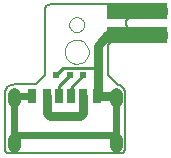
<source format=gtl>
G75*
G70*
%OFA0B0*%
%FSLAX24Y24*%
%IPPOS*%
%LPD*%
%AMOC8*
5,1,8,0,0,1.08239X$1,22.5*
%
%ADD10C,0.0050*%
%ADD11C,0.0000*%
%ADD12R,0.0220X0.0197*%
%ADD13R,0.0315X0.0472*%
%ADD14R,0.0250X0.0472*%
%ADD15C,0.0004*%
%ADD16C,0.0433*%
%ADD17R,0.2000X0.0520*%
%ADD18C,0.0260*%
%ADD19C,0.0300*%
%ADD20C,0.0240*%
%ADD21C,0.0100*%
D10*
X007438Y001887D02*
X007438Y003737D01*
X007440Y003771D01*
X007446Y003804D01*
X007455Y003836D01*
X007468Y003867D01*
X007484Y003897D01*
X007503Y003924D01*
X007526Y003949D01*
X007551Y003972D01*
X007578Y003991D01*
X007608Y004007D01*
X007639Y004020D01*
X007671Y004029D01*
X007704Y004035D01*
X007738Y004037D01*
X008481Y004037D01*
X008781Y004337D01*
X008781Y006554D01*
X008783Y006577D01*
X008788Y006600D01*
X008797Y006622D01*
X008810Y006642D01*
X008825Y006660D01*
X008843Y006675D01*
X008863Y006688D01*
X008885Y006697D01*
X008908Y006702D01*
X008931Y006704D01*
X012681Y006704D01*
X012704Y006702D01*
X012727Y006697D01*
X012749Y006688D01*
X012769Y006675D01*
X012787Y006660D01*
X012802Y006642D01*
X012815Y006622D01*
X012824Y006600D01*
X012829Y006577D01*
X012831Y006554D01*
X012831Y006404D01*
X012829Y006381D01*
X012824Y006358D01*
X012815Y006336D01*
X012802Y006316D01*
X012787Y006298D01*
X012769Y006283D01*
X012749Y006270D01*
X012727Y006261D01*
X012704Y006256D01*
X012681Y006254D01*
X011631Y006254D01*
X011831Y006479D02*
X012631Y006479D01*
X012381Y006479D01*
X012681Y005904D02*
X011631Y005904D01*
X011608Y005906D01*
X011585Y005911D01*
X011563Y005920D01*
X011543Y005933D01*
X011525Y005948D01*
X011510Y005966D01*
X011497Y005986D01*
X011488Y006008D01*
X011483Y006031D01*
X011481Y006054D01*
X011481Y006104D01*
X011483Y006127D01*
X011488Y006150D01*
X011497Y006172D01*
X011510Y006192D01*
X011525Y006210D01*
X011543Y006225D01*
X011563Y006238D01*
X011585Y006247D01*
X011608Y006252D01*
X011631Y006254D01*
X011831Y005679D02*
X012381Y005679D01*
X012631Y005679D01*
X012831Y005604D02*
X012829Y005581D01*
X012824Y005558D01*
X012815Y005536D01*
X012802Y005516D01*
X012787Y005498D01*
X012769Y005483D01*
X012749Y005470D01*
X012727Y005461D01*
X012704Y005456D01*
X012681Y005454D01*
X011031Y005454D01*
X011008Y005452D01*
X010985Y005447D01*
X010963Y005438D01*
X010943Y005425D01*
X010925Y005410D01*
X010910Y005392D01*
X010897Y005372D01*
X010888Y005350D01*
X010883Y005327D01*
X010881Y005304D01*
X010881Y004337D01*
X011181Y004037D01*
X011182Y004037D02*
X011213Y004033D01*
X011243Y004025D01*
X011272Y004014D01*
X011300Y004000D01*
X011326Y003983D01*
X011351Y003963D01*
X011372Y003940D01*
X011391Y003915D01*
X011407Y003888D01*
X011420Y003860D01*
X011430Y003830D01*
X011436Y003800D01*
X011439Y003768D01*
X011438Y003737D01*
X011438Y001887D01*
X011436Y001864D01*
X011431Y001841D01*
X011422Y001819D01*
X011409Y001799D01*
X011394Y001781D01*
X011376Y001766D01*
X011356Y001753D01*
X011334Y001744D01*
X011311Y001739D01*
X011288Y001737D01*
X007588Y001737D01*
X007565Y001739D01*
X007542Y001744D01*
X007520Y001753D01*
X007500Y001766D01*
X007482Y001781D01*
X007467Y001799D01*
X007454Y001819D01*
X007445Y001841D01*
X007440Y001864D01*
X007438Y001887D01*
X010505Y004337D02*
X010505Y004466D01*
X010531Y004493D01*
X012681Y005904D02*
X012704Y005902D01*
X012727Y005897D01*
X012749Y005888D01*
X012769Y005875D01*
X012787Y005860D01*
X012802Y005842D01*
X012815Y005822D01*
X012824Y005800D01*
X012829Y005777D01*
X012831Y005754D01*
X012831Y005604D01*
D11*
X009581Y006031D02*
X009583Y006062D01*
X009589Y006093D01*
X009599Y006123D01*
X009612Y006151D01*
X009629Y006178D01*
X009649Y006202D01*
X009672Y006224D01*
X009697Y006242D01*
X009725Y006257D01*
X009754Y006269D01*
X009784Y006277D01*
X009815Y006281D01*
X009847Y006281D01*
X009878Y006277D01*
X009908Y006269D01*
X009937Y006257D01*
X009965Y006242D01*
X009990Y006224D01*
X010013Y006202D01*
X010033Y006178D01*
X010050Y006151D01*
X010063Y006123D01*
X010073Y006093D01*
X010079Y006062D01*
X010081Y006031D01*
X010079Y006000D01*
X010073Y005969D01*
X010063Y005939D01*
X010050Y005911D01*
X010033Y005884D01*
X010013Y005860D01*
X009990Y005838D01*
X009965Y005820D01*
X009937Y005805D01*
X009908Y005793D01*
X009878Y005785D01*
X009847Y005781D01*
X009815Y005781D01*
X009784Y005785D01*
X009754Y005793D01*
X009725Y005805D01*
X009697Y005820D01*
X009672Y005838D01*
X009649Y005860D01*
X009629Y005884D01*
X009612Y005911D01*
X009599Y005939D01*
X009589Y005969D01*
X009583Y006000D01*
X009581Y006031D01*
X009431Y005127D02*
X009433Y005167D01*
X009439Y005206D01*
X009449Y005245D01*
X009462Y005282D01*
X009480Y005318D01*
X009501Y005352D01*
X009525Y005384D01*
X009552Y005413D01*
X009582Y005440D01*
X009614Y005463D01*
X009649Y005483D01*
X009685Y005499D01*
X009723Y005512D01*
X009762Y005521D01*
X009801Y005526D01*
X009841Y005527D01*
X009881Y005524D01*
X009920Y005517D01*
X009958Y005506D01*
X009996Y005492D01*
X010031Y005473D01*
X010064Y005452D01*
X010096Y005427D01*
X010124Y005399D01*
X010150Y005369D01*
X010172Y005336D01*
X010191Y005301D01*
X010207Y005264D01*
X010219Y005226D01*
X010227Y005187D01*
X010231Y005147D01*
X010231Y005107D01*
X010227Y005067D01*
X010219Y005028D01*
X010207Y004990D01*
X010191Y004953D01*
X010172Y004918D01*
X010150Y004885D01*
X010124Y004855D01*
X010096Y004827D01*
X010064Y004802D01*
X010031Y004781D01*
X009996Y004762D01*
X009958Y004748D01*
X009920Y004737D01*
X009881Y004730D01*
X009841Y004727D01*
X009801Y004728D01*
X009762Y004733D01*
X009723Y004742D01*
X009685Y004755D01*
X009649Y004771D01*
X009614Y004791D01*
X009582Y004814D01*
X009552Y004841D01*
X009525Y004870D01*
X009501Y004902D01*
X009480Y004936D01*
X009462Y004972D01*
X009449Y005009D01*
X009439Y005048D01*
X009433Y005087D01*
X009431Y005127D01*
D12*
X009605Y004337D03*
X009158Y004337D03*
X010058Y004337D03*
X010505Y004337D03*
D13*
X010520Y003662D03*
X010036Y003662D03*
X008839Y003662D03*
X008355Y003662D03*
D14*
X009241Y003662D03*
X009635Y003662D03*
D15*
X011030Y003733D02*
X011030Y003489D01*
X011031Y003489D02*
X011033Y003469D01*
X011038Y003450D01*
X011047Y003432D01*
X011059Y003416D01*
X011074Y003403D01*
X011091Y003392D01*
X011109Y003385D01*
X011129Y003381D01*
X011149Y003381D01*
X011169Y003385D01*
X011187Y003392D01*
X011204Y003403D01*
X011219Y003416D01*
X011231Y003432D01*
X011240Y003450D01*
X011245Y003469D01*
X011247Y003489D01*
X011247Y003733D01*
X011245Y003753D01*
X011240Y003772D01*
X011231Y003790D01*
X011219Y003806D01*
X011204Y003819D01*
X011187Y003830D01*
X011169Y003837D01*
X011149Y003841D01*
X011129Y003841D01*
X011109Y003837D01*
X011091Y003830D01*
X011074Y003819D01*
X011059Y003806D01*
X011047Y003790D01*
X011038Y003772D01*
X011033Y003753D01*
X011031Y003733D01*
X011030Y002237D02*
X011030Y001993D01*
X011031Y001993D02*
X011033Y001973D01*
X011038Y001954D01*
X011047Y001936D01*
X011059Y001920D01*
X011074Y001907D01*
X011091Y001896D01*
X011109Y001889D01*
X011129Y001885D01*
X011149Y001885D01*
X011169Y001889D01*
X011187Y001896D01*
X011204Y001907D01*
X011219Y001920D01*
X011231Y001936D01*
X011240Y001954D01*
X011245Y001973D01*
X011247Y001993D01*
X011247Y002237D01*
X011245Y002257D01*
X011240Y002276D01*
X011231Y002294D01*
X011219Y002310D01*
X011204Y002323D01*
X011187Y002334D01*
X011169Y002341D01*
X011149Y002345D01*
X011129Y002345D01*
X011109Y002341D01*
X011091Y002334D01*
X011074Y002323D01*
X011059Y002310D01*
X011047Y002294D01*
X011038Y002276D01*
X011033Y002257D01*
X011031Y002237D01*
X007845Y002237D02*
X007845Y001993D01*
X007843Y001973D01*
X007838Y001954D01*
X007829Y001936D01*
X007817Y001920D01*
X007802Y001907D01*
X007785Y001896D01*
X007767Y001889D01*
X007747Y001885D01*
X007727Y001885D01*
X007707Y001889D01*
X007689Y001896D01*
X007672Y001907D01*
X007657Y001920D01*
X007645Y001936D01*
X007636Y001954D01*
X007631Y001973D01*
X007629Y001993D01*
X007629Y002237D01*
X007631Y002257D01*
X007636Y002276D01*
X007645Y002294D01*
X007657Y002310D01*
X007672Y002323D01*
X007689Y002334D01*
X007707Y002341D01*
X007727Y002345D01*
X007747Y002345D01*
X007767Y002341D01*
X007785Y002334D01*
X007802Y002323D01*
X007817Y002310D01*
X007829Y002294D01*
X007838Y002276D01*
X007843Y002257D01*
X007845Y002237D01*
X007845Y003489D02*
X007845Y003733D01*
X007843Y003753D01*
X007838Y003772D01*
X007829Y003790D01*
X007817Y003806D01*
X007802Y003819D01*
X007785Y003830D01*
X007767Y003837D01*
X007747Y003841D01*
X007727Y003841D01*
X007707Y003837D01*
X007689Y003830D01*
X007672Y003819D01*
X007657Y003806D01*
X007645Y003790D01*
X007636Y003772D01*
X007631Y003753D01*
X007629Y003733D01*
X007629Y003489D01*
X007631Y003469D01*
X007636Y003450D01*
X007645Y003432D01*
X007657Y003416D01*
X007672Y003403D01*
X007689Y003392D01*
X007707Y003385D01*
X007727Y003381D01*
X007747Y003381D01*
X007767Y003385D01*
X007785Y003392D01*
X007802Y003403D01*
X007817Y003416D01*
X007829Y003432D01*
X007838Y003450D01*
X007843Y003469D01*
X007845Y003489D01*
D16*
X007737Y003727D02*
X007737Y003727D01*
X007737Y003491D01*
X007737Y003491D01*
X007737Y003727D01*
X007737Y002231D02*
X007737Y002231D01*
X007737Y001995D01*
X007737Y001995D01*
X007737Y002231D01*
X011139Y002231D02*
X011139Y002231D01*
X011139Y001995D01*
X011139Y001995D01*
X011139Y002231D01*
X011139Y003727D02*
X011139Y003727D01*
X011139Y003491D01*
X011139Y003491D01*
X011139Y003727D01*
D17*
X011831Y005679D03*
X011831Y006479D03*
D18*
X011881Y006479D03*
X012131Y006479D03*
X012381Y006479D03*
X012631Y006479D03*
X012631Y005679D03*
X012381Y005679D03*
X012131Y005679D03*
X011881Y005679D03*
X009938Y002987D03*
X009688Y002987D03*
X009438Y002987D03*
X009188Y002987D03*
X008938Y002987D03*
D19*
X009938Y002987D01*
X010036Y003086D01*
X010036Y003662D01*
X010520Y003662D02*
X010531Y003673D01*
X010531Y004493D01*
X010531Y004587D01*
X010531Y005304D01*
X010856Y005679D01*
X011086Y003662D02*
X010520Y003662D01*
X008938Y002987D02*
X008839Y003086D01*
X008839Y003662D01*
D20*
X008355Y003662D02*
X007790Y003662D01*
X007737Y003609D01*
X007737Y002337D01*
X011089Y002337D01*
X011139Y002387D01*
X011139Y002113D01*
X011139Y002387D02*
X011139Y003609D01*
X011086Y003662D01*
X010856Y005679D02*
X011831Y005679D01*
X007737Y002337D02*
X007737Y002113D01*
D21*
X009261Y003562D02*
X009241Y003662D01*
X009241Y003973D01*
X009605Y004337D01*
X009381Y004587D02*
X010531Y004587D01*
X010531Y004337D02*
X010505Y004337D01*
X010058Y004337D02*
X009635Y003914D01*
X009635Y003662D01*
X009614Y003562D01*
X009158Y004337D02*
X009158Y004364D01*
X009381Y004587D01*
M02*

</source>
